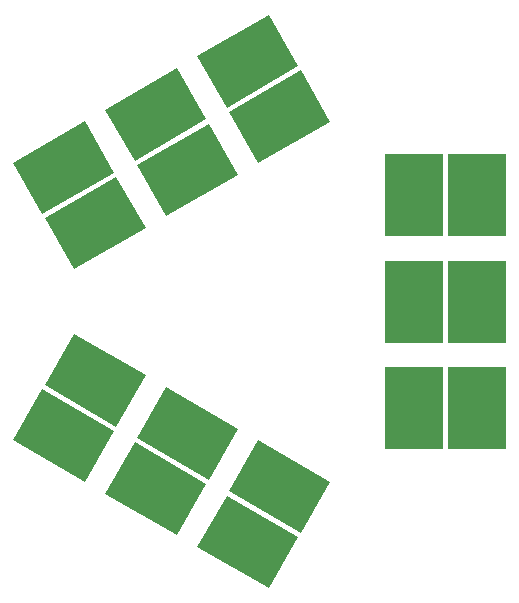
<source format=gbr>
G04 #@! TF.FileFunction,Paste,Top*
%FSLAX46Y46*%
G04 Gerber Fmt 4.6, Leading zero omitted, Abs format (unit mm)*
G04 Created by KiCad (PCBNEW 4.0.7-e2-6376~58~ubuntu14.04.1) date Fri Feb 16 13:10:18 2018*
%MOMM*%
%LPD*%
G01*
G04 APERTURE LIST*
%ADD10C,0.100000*%
%ADD11R,5.000000X7.000000*%
G04 APERTURE END LIST*
D10*
G36*
X69574682Y-95076795D02*
X67074682Y-90746667D01*
X73136860Y-87246667D01*
X75636860Y-91576795D01*
X69574682Y-95076795D01*
X69574682Y-95076795D01*
G37*
G36*
X72274682Y-99753333D02*
X69774682Y-95423205D01*
X75836860Y-91923205D01*
X78336860Y-96253333D01*
X72274682Y-99753333D01*
X72274682Y-99753333D01*
G37*
G36*
X77368911Y-90576795D02*
X74868911Y-86246667D01*
X80931089Y-82746667D01*
X83431089Y-87076795D01*
X77368911Y-90576795D01*
X77368911Y-90576795D01*
G37*
G36*
X80068911Y-95253333D02*
X77568911Y-90923205D01*
X83631089Y-87423205D01*
X86131089Y-91753333D01*
X80068911Y-95253333D01*
X80068911Y-95253333D01*
G37*
G36*
X85163140Y-86076795D02*
X82663140Y-81746667D01*
X88725318Y-78246667D01*
X91225318Y-82576795D01*
X85163140Y-86076795D01*
X85163140Y-86076795D01*
G37*
G36*
X87863140Y-90753333D02*
X85363140Y-86423205D01*
X91425318Y-82923205D01*
X93925318Y-87253333D01*
X87863140Y-90753333D01*
X87863140Y-90753333D01*
G37*
D11*
X106400000Y-93500000D03*
X101000000Y-93500000D03*
X106400000Y-102500000D03*
X101000000Y-102500000D03*
X106400000Y-111500000D03*
X101000000Y-111500000D03*
D10*
G36*
X91225318Y-122423205D02*
X88725318Y-126753333D01*
X82663140Y-123253333D01*
X85163140Y-118923205D01*
X91225318Y-122423205D01*
X91225318Y-122423205D01*
G37*
G36*
X93925318Y-117746667D02*
X91425318Y-122076795D01*
X85363140Y-118576795D01*
X87863140Y-114246667D01*
X93925318Y-117746667D01*
X93925318Y-117746667D01*
G37*
G36*
X83431089Y-117923205D02*
X80931089Y-122253333D01*
X74868911Y-118753333D01*
X77368911Y-114423205D01*
X83431089Y-117923205D01*
X83431089Y-117923205D01*
G37*
G36*
X86131089Y-113246667D02*
X83631089Y-117576795D01*
X77568911Y-114076795D01*
X80068911Y-109746667D01*
X86131089Y-113246667D01*
X86131089Y-113246667D01*
G37*
G36*
X75636860Y-113423205D02*
X73136860Y-117753333D01*
X67074682Y-114253333D01*
X69574682Y-109923205D01*
X75636860Y-113423205D01*
X75636860Y-113423205D01*
G37*
G36*
X78336860Y-108746667D02*
X75836860Y-113076795D01*
X69774682Y-109576795D01*
X72274682Y-105246667D01*
X78336860Y-108746667D01*
X78336860Y-108746667D01*
G37*
M02*

</source>
